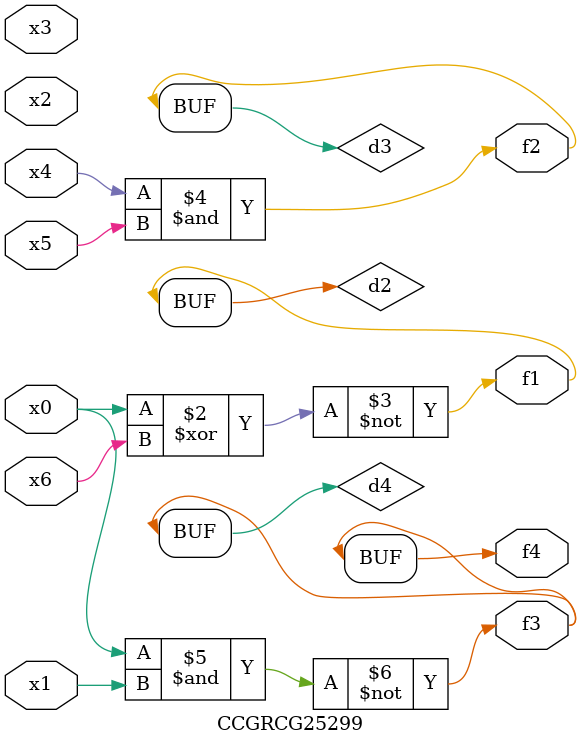
<source format=v>
module CCGRCG25299(
	input x0, x1, x2, x3, x4, x5, x6,
	output f1, f2, f3, f4
);

	wire d1, d2, d3, d4;

	nor (d1, x0);
	xnor (d2, x0, x6);
	and (d3, x4, x5);
	nand (d4, x0, x1);
	assign f1 = d2;
	assign f2 = d3;
	assign f3 = d4;
	assign f4 = d4;
endmodule

</source>
